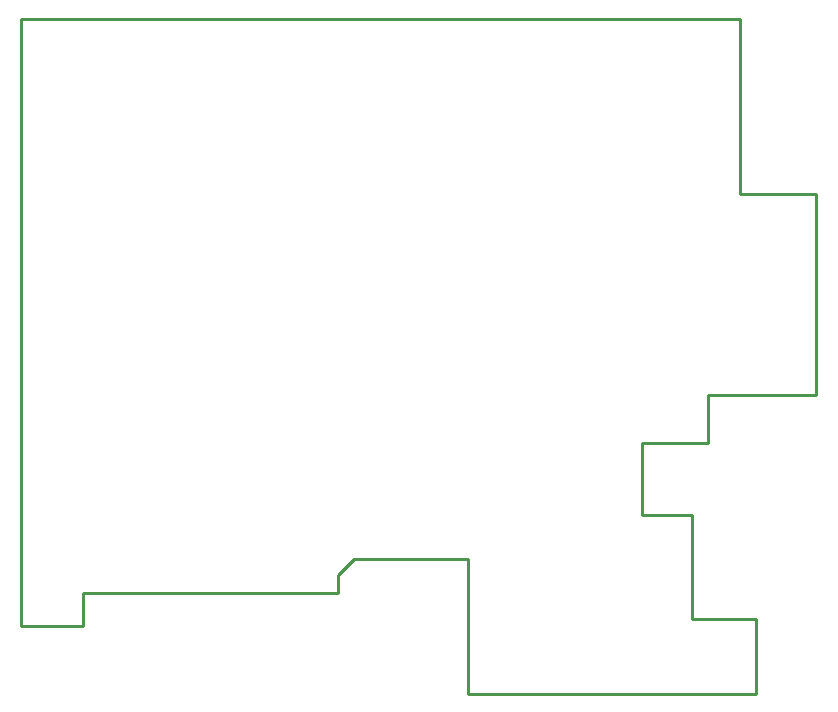
<source format=gko>
G04*
G04 #@! TF.GenerationSoftware,Altium Limited,Altium Designer,19.1.5 (86)*
G04*
G04 Layer_Color=16711935*
%FSLAX25Y25*%
%MOIN*%
G70*
G01*
G75*
%ADD16C,0.01000*%
D16*
X468000Y336000D02*
X493500D01*
X468000D02*
Y394500D01*
X493500Y269000D02*
Y336000D01*
X457500Y269000D02*
X493500D01*
X457500Y253000D02*
Y269000D01*
X435500Y253000D02*
X457500D01*
X435500Y229000D02*
Y253000D01*
Y229000D02*
X452000D01*
Y194500D02*
Y229000D01*
Y194500D02*
X473500D01*
Y169500D02*
Y194500D01*
X377500Y169500D02*
X473500D01*
X377500D02*
Y214500D01*
X339500D02*
X377500D01*
X334000Y209000D02*
X339500Y214500D01*
X334000Y203000D02*
Y209000D01*
X249000Y203000D02*
X334000D01*
X249000Y192000D02*
Y203000D01*
X228500Y192000D02*
X249000D01*
X228500D02*
Y394500D01*
X468000D01*
M02*

</source>
